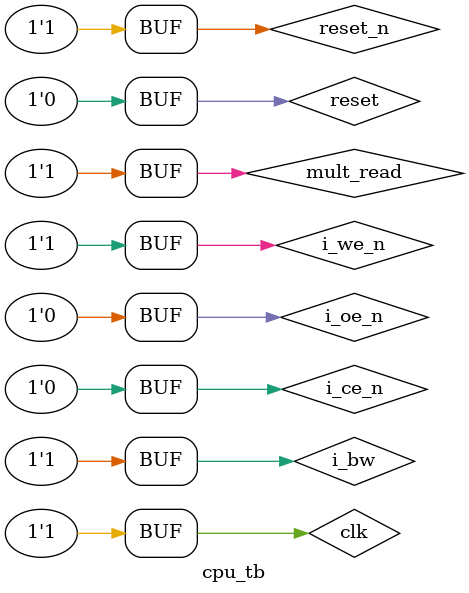
<source format=sv>
`timescale 1ns/1ps
module cpu_tb;
logic clk = 1;
logic reset_n;
logic reset;

always  begin
    #5 clk = 0;
    #5 clk = 1;
end

initial begin
    reset_n = 0;
    #10
    reset_n = 1;  
end

initial begin
    reset = 1;
    #10
    reset = 0;
end

logic i_ce_n;
logic d_ce_n;

logic [31:0]i_addr;
logic [31:0]d_addr;

logic i_we_n;
logic d_we_n;

logic d_oe_n;
logic i_oe_n;

logic i_bw;
logic d_bw;

wire logic [31:0]instruction;
wire logic [31:0]data;

logic rw;
logic ce;

logic mult_read;
logic hold;

assign d_ce_n = !ce;
assign d_we_n = (ce && !rw) ? 0 : 1;
assign d_oe_n = (ce && rw) ? 0 : 1;

assign i_ce_n = 0;
assign i_oe_n = !reset_n ? 1 : 0;
assign i_we_n = 1;
assign i_bw   = 1;
assign mult_read = 1;

localparam MEM_WIDHT_INST = 8192;
localparam MEM_WIDHT_DATA = 65536;

cache #(
    .HOLD_CYLES_MISS(16),
    .START_ADRESS(32'h00400000),
    .MP_WIDHT(MEM_WIDHT_INST),
    .BIN_FILE("../apps/fib-localidade-temporal/fibonnaci-localidade-temporal-text.bin")
) cache_l1 (
    .clk    (clk),
    .reset_n(reset_n),
    .addr   (i_addr),
    .data   (instruction),
    .ce_n   (i_ce_n),
    .we_n   (i_we_n),
    .oe_n   (i_oe_n),
    .hold_o (hold),
    .bw     (i_bw)
);

ram #(
    .MEM_WIDHT(MEM_WIDHT_DATA),
    .BIN_FILE("../apps/fib-localidade-temporal/fibonnaci-localidade-temporal-data.bin")
) data_ram (
    .clk    (clk),
    .reset_n(reset_n),
    .addr   (d_addr),
    .data   (data),
    .ce_n   (d_ce_n),
    .we_n   (d_we_n),
    .oe_n   (d_oe_n),
    .hold_o (),
    .bw     (d_bw)
);

MIPS_S cpu (
    .clock(clk),
    .reset(reset),
    .ce(ce),
    .bw(d_bw),
    .rw(rw),
    .hold(hold),
    .i_address(i_addr),
    .d_address(d_addr),
    .instruction(instruction),
    .data(data)
);

endmodule
</source>
